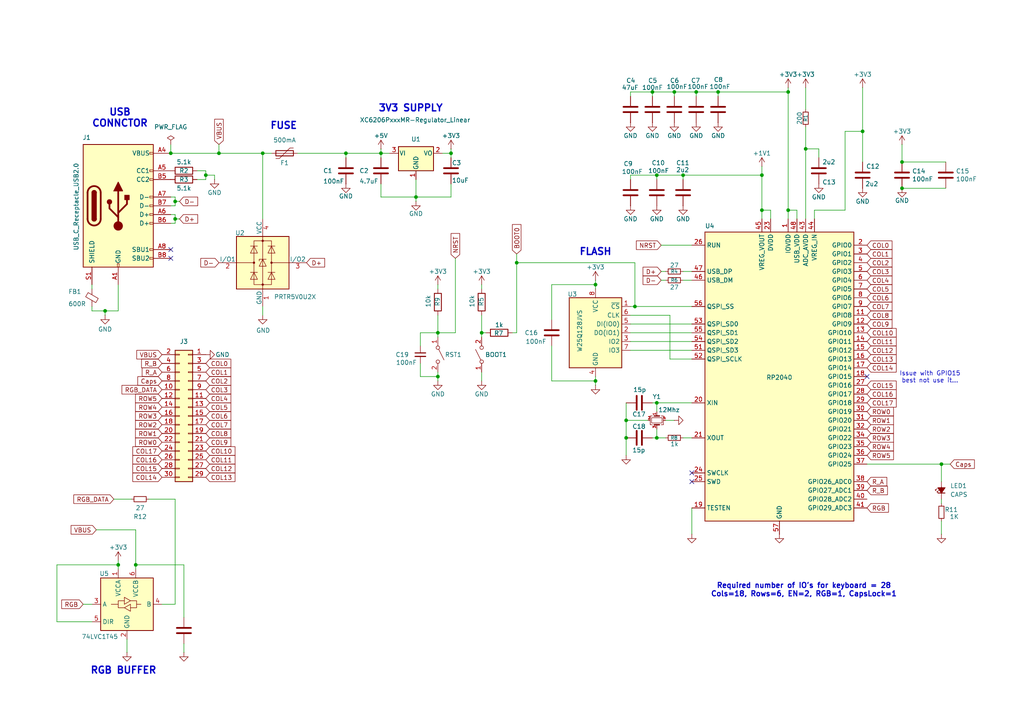
<source format=kicad_sch>
(kicad_sch (version 20231120) (generator "eeschema") (generator_version "8.0")
  (paper "A4")
  (title_block (title "RP2040 Module Board") (date "2025-01-09") (rev "2.0") (company "Michael O'Toole"))
  (junction (at 172.72 82.55))
  (junction (at 39.37 163.83))
  (junction (at 50.8 63.5))
  (junction (at 228.6 60.96))
  (junction (at 110.49 44.45))
  (junction (at 261.62 54.61))
  (junction (at 172.72 110.49))
  (junction (at 181.61 121.92))
  (junction (at 190.5 50.8))
  (junction (at 149.86 76.2))
  (junction (at 130.81 44.45))
  (junction (at 127 96.52))
  (junction (at 195.58 26.67))
  (junction (at 250.19 38.1))
  (junction (at 30.48 90.17))
  (junction (at 181.61 127))
  (junction (at 76.2 44.45))
  (junction (at 261.62 46.99))
  (junction (at 198.12 50.8))
  (junction (at 208.28 26.67))
  (junction (at 201.93 26.67))
  (junction (at 189.23 26.67))
  (junction (at 50.8 58.42))
  (junction (at 63.5 44.45))
  (junction (at 220.98 60.96))
  (junction (at 220.98 50.8))
  (junction (at 228.6 26.67))
  (junction (at 34.29 163.83))
  (junction (at 49.53 44.45))
  (junction (at 273.05 134.62))
  (junction (at 233.68 43.18))
  (junction (at 184.15 88.9))
  (junction (at 190.5 127))
  (junction (at 100.33 44.45))
  (junction (at 120.65 57.15))
  (junction (at 190.5 116.84))
  (junction (at 139.7 96.52))
  (junction (at 127 109.22))
  (junction (at 59.69 50.8))
  (no_connect (at 200.66 139.7))
  (no_connect (at 49.53 74.93))
  (no_connect (at 251.46 109.22))
  (no_connect (at 49.53 72.39))
  (no_connect (at 200.66 137.16))
  (wire (pts (xy 198.12 50.8) (xy 220.98 50.8)))
  (wire (pts (xy 110.49 44.45) (xy 113.03 44.45)))
  (wire (pts (xy 201.93 26.67) (xy 201.93 27.94)))
  (wire (pts (xy 34.29 162.56) (xy 34.29 163.83)))
  (wire (pts (xy 120.65 57.15) (xy 120.65 58.42)))
  (wire (pts (xy 190.5 119.38) (xy 190.5 116.84)))
  (wire (pts (xy 49.53 59.69) (xy 50.8 59.69)))
  (wire (pts (xy 127 91.44) (xy 127 96.52)))
  (wire (pts (xy 273.05 154.94) (xy 273.05 151.13)))
  (wire (pts (xy 191.77 81.28) (xy 193.04 81.28)))
  (wire (pts (xy 182.88 96.52) (xy 200.66 96.52)))
  (wire (pts (xy 181.61 127) (xy 181.61 121.92)))
  (wire (pts (xy 233.68 25.4) (xy 233.68 31.75)))
  (wire (pts (xy 62.23 50.8) (xy 62.23 52.07)))
  (wire (pts (xy 50.8 62.23) (xy 50.8 63.5)))
  (wire (pts (xy 233.68 63.5) (xy 233.68 43.18)))
  (wire (pts (xy 220.98 63.5) (xy 220.98 60.96)))
  (wire (pts (xy 120.65 57.15) (xy 130.81 57.15)))
  (wire (pts (xy 237.49 43.18) (xy 237.49 45.72)))
  (wire (pts (xy 50.8 144.78) (xy 50.8 175.26)))
  (wire (pts (xy 228.6 26.67) (xy 228.6 60.96)))
  (wire (pts (xy 200.66 147.32) (xy 200.66 154.94)))
  (wire (pts (xy 120.65 52.07) (xy 120.65 57.15)))
  (wire (pts (xy 160.02 100.33) (xy 160.02 110.49)))
  (wire (pts (xy 201.93 26.67) (xy 208.28 26.67)))
  (wire (pts (xy 127 109.22) (xy 127 110.49)))
  (wire (pts (xy 194.31 91.44) (xy 194.31 104.14)))
  (wire (pts (xy 30.48 90.17) (xy 34.29 90.17)))
  (wire (pts (xy 53.34 163.83) (xy 53.34 179.07)))
  (wire (pts (xy 34.29 90.17) (xy 34.29 82.55)))
  (wire (pts (xy 50.8 64.77) (xy 50.8 63.5)))
  (wire (pts (xy 273.05 134.62) (xy 275.59 134.62)))
  (wire (pts (xy 38.1 144.78) (xy 33.02 144.78)))
  (wire (pts (xy 149.86 76.2) (xy 184.15 76.2)))
  (wire (pts (xy 193.04 121.92) (xy 195.58 121.92)))
  (wire (pts (xy 59.69 50.8) (xy 62.23 50.8)))
  (wire (pts (xy 121.92 96.52) (xy 127 96.52)))
  (wire (pts (xy 220.98 50.8) (xy 220.98 60.96)))
  (wire (pts (xy 59.69 50.8) (xy 59.69 49.53)))
  (wire (pts (xy 149.86 76.2) (xy 149.86 96.52)))
  (wire (pts (xy 233.68 36.83) (xy 233.68 43.18)))
  (wire (pts (xy 130.81 53.34) (xy 130.81 57.15)))
  (wire (pts (xy 110.49 57.15) (xy 120.65 57.15)))
  (wire (pts (xy 181.61 127) (xy 181.61 132.08)))
  (wire (pts (xy 233.68 43.18) (xy 237.49 43.18)))
  (wire (pts (xy 208.28 26.67) (xy 228.6 26.67)))
  (wire (pts (xy 160.02 110.49) (xy 172.72 110.49)))
  (wire (pts (xy 208.28 26.67) (xy 208.28 27.94)))
  (wire (pts (xy 121.92 109.22) (xy 127 109.22)))
  (wire (pts (xy 76.2 91.44) (xy 76.2 88.9)))
  (wire (pts (xy 39.37 163.83) (xy 53.34 163.83)))
  (wire (pts (xy 190.5 50.8) (xy 190.5 52.07)))
  (wire (pts (xy 50.8 58.42) (xy 50.8 59.69)))
  (wire (pts (xy 139.7 91.44) (xy 139.7 96.52)))
  (wire (pts (xy 189.23 26.67) (xy 189.23 27.94)))
  (wire (pts (xy 110.49 44.45) (xy 110.49 45.72)))
  (wire (pts (xy 27.94 153.67) (xy 39.37 153.67)))
  (wire (pts (xy 181.61 121.92) (xy 187.96 121.92)))
  (wire (pts (xy 139.7 107.95) (xy 139.7 110.49)))
  (wire (pts (xy 223.52 63.5) (xy 223.52 60.96)))
  (wire (pts (xy 49.53 44.45) (xy 63.5 44.45)))
  (wire (pts (xy 190.5 127) (xy 193.04 127)))
  (wire (pts (xy 191.77 71.12) (xy 200.66 71.12)))
  (wire (pts (xy 50.8 58.42) (xy 52.07 58.42)))
  (wire (pts (xy 63.5 44.45) (xy 76.2 44.45)))
  (wire (pts (xy 63.5 41.91) (xy 63.5 44.45)))
  (wire (pts (xy 184.15 88.9) (xy 184.15 76.2)))
  (wire (pts (xy 26.67 90.17) (xy 30.48 90.17)))
  (wire (pts (xy 190.5 116.84) (xy 200.66 116.84)))
  (wire (pts (xy 245.11 60.96) (xy 236.22 60.96)))
  (wire (pts (xy 236.22 63.5) (xy 236.22 60.96)))
  (wire (pts (xy 182.88 91.44) (xy 194.31 91.44)))
  (wire (pts (xy 261.62 41.91) (xy 261.62 46.99)))
  (wire (pts (xy 231.14 63.5) (xy 231.14 60.96)))
  (wire (pts (xy 194.31 104.14) (xy 200.66 104.14)))
  (wire (pts (xy 172.72 81.28) (xy 172.72 82.55)))
  (wire (pts (xy 43.18 144.78) (xy 50.8 144.78)))
  (wire (pts (xy 228.6 60.96) (xy 228.6 63.5)))
  (wire (pts (xy 220.98 48.26) (xy 220.98 50.8)))
  (wire (pts (xy 198.12 81.28) (xy 200.66 81.28)))
  (wire (pts (xy 172.72 110.49) (xy 172.72 109.22)))
  (wire (pts (xy 245.11 38.1) (xy 245.11 60.96)))
  (wire (pts (xy 30.48 90.17) (xy 30.48 91.44)))
  (wire (pts (xy 182.88 52.07) (xy 182.88 50.8)))
  (wire (pts (xy 100.33 44.45) (xy 110.49 44.45)))
  (wire (pts (xy 190.5 127) (xy 189.23 127)))
  (wire (pts (xy 182.88 93.98) (xy 200.66 93.98)))
  (wire (pts (xy 24.13 175.26) (xy 26.67 175.26)))
  (wire (pts (xy 57.15 52.07) (xy 59.69 52.07)))
  (wire (pts (xy 182.88 50.8) (xy 190.5 50.8)))
  (wire (pts (xy 139.7 96.52) (xy 140.97 96.52)))
  (wire (pts (xy 231.14 60.96) (xy 228.6 60.96)))
  (wire (pts (xy 36.83 189.23) (xy 36.83 185.42)))
  (wire (pts (xy 121.92 100.33) (xy 121.92 96.52)))
  (wire (pts (xy 228.6 25.4) (xy 228.6 26.67)))
  (wire (pts (xy 223.52 60.96) (xy 220.98 60.96)))
  (wire (pts (xy 181.61 121.92) (xy 181.61 116.84)))
  (wire (pts (xy 39.37 163.83) (xy 39.37 165.1)))
  (wire (pts (xy 273.05 134.62) (xy 273.05 139.7)))
  (wire (pts (xy 49.53 57.15) (xy 50.8 57.15)))
  (wire (pts (xy 26.67 82.55) (xy 26.67 83.82)))
  (wire (pts (xy 195.58 26.67) (xy 201.93 26.67)))
  (wire (pts (xy 250.19 25.4) (xy 250.19 38.1)))
  (wire (pts (xy 184.15 88.9) (xy 200.66 88.9)))
  (wire (pts (xy 86.36 44.45) (xy 100.33 44.45)))
  (wire (pts (xy 53.34 186.69) (xy 53.34 189.23)))
  (wire (pts (xy 57.15 49.53) (xy 59.69 49.53)))
  (wire (pts (xy 195.58 26.67) (xy 195.58 27.94)))
  (wire (pts (xy 26.67 180.34) (xy 16.51 180.34)))
  (wire (pts (xy 190.5 50.8) (xy 198.12 50.8)))
  (wire (pts (xy 149.86 73.66) (xy 149.86 76.2)))
  (wire (pts (xy 250.19 38.1) (xy 250.19 46.99)))
  (wire (pts (xy 132.08 74.93) (xy 132.08 96.52)))
  (wire (pts (xy 172.72 111.76) (xy 172.72 110.49)))
  (wire (pts (xy 273.05 144.78) (xy 273.05 146.05)))
  (wire (pts (xy 148.59 96.52) (xy 149.86 96.52)))
  (wire (pts (xy 127 96.52) (xy 127 97.79)))
  (wire (pts (xy 189.23 26.67) (xy 195.58 26.67)))
  (wire (pts (xy 251.46 134.62) (xy 273.05 134.62)))
  (wire (pts (xy 110.49 53.34) (xy 110.49 57.15)))
  (wire (pts (xy 127 107.95) (xy 127 109.22)))
  (wire (pts (xy 127 82.55) (xy 127 83.82)))
  (wire (pts (xy 76.2 44.45) (xy 76.2 63.5)))
  (wire (pts (xy 182.88 99.06) (xy 200.66 99.06)))
  (wire (pts (xy 121.92 105.41) (xy 121.92 109.22)))
  (wire (pts (xy 172.72 82.55) (xy 172.72 83.82)))
  (wire (pts (xy 261.62 54.61) (xy 274.32 54.61)))
  (wire (pts (xy 49.53 62.23) (xy 50.8 62.23)))
  (wire (pts (xy 190.5 127) (xy 190.5 124.46)))
  (wire (pts (xy 130.81 43.18) (xy 130.81 44.45)))
  (wire (pts (xy 172.72 82.55) (xy 160.02 82.55)))
  (wire (pts (xy 50.8 57.15) (xy 50.8 58.42)))
  (wire (pts (xy 261.62 46.99) (xy 274.32 46.99)))
  (wire (pts (xy 198.12 50.8) (xy 198.12 52.07)))
  (wire (pts (xy 34.29 163.83) (xy 34.29 165.1)))
  (wire (pts (xy 59.69 52.07) (xy 59.69 50.8)))
  (wire (pts (xy 139.7 96.52) (xy 139.7 97.79)))
  (wire (pts (xy 110.49 43.18) (xy 110.49 44.45)))
  (wire (pts (xy 50.8 63.5) (xy 52.07 63.5)))
  (wire (pts (xy 198.12 78.74) (xy 200.66 78.74)))
  (wire (pts (xy 139.7 82.55) (xy 139.7 83.82)))
  (wire (pts (xy 245.11 38.1) (xy 250.19 38.1)))
  (wire (pts (xy 76.2 44.45) (xy 78.74 44.45)))
  (wire (pts (xy 16.51 180.34) (xy 16.51 163.83)))
  (wire (pts (xy 39.37 153.67) (xy 39.37 163.83)))
  (wire (pts (xy 198.12 127) (xy 200.66 127)))
  (wire (pts (xy 26.67 88.9) (xy 26.67 90.17)))
  (wire (pts (xy 191.77 78.74) (xy 193.04 78.74)))
  (wire (pts (xy 49.53 64.77) (xy 50.8 64.77)))
  (wire (pts (xy 128.27 44.45) (xy 130.81 44.45)))
  (wire (pts (xy 182.88 26.67) (xy 189.23 26.67)))
  (wire (pts (xy 100.33 44.45) (xy 100.33 45.72)))
  (wire (pts (xy 190.5 116.84) (xy 189.23 116.84)))
  (wire (pts (xy 130.81 44.45) (xy 130.81 45.72)))
  (wire (pts (xy 16.51 163.83) (xy 34.29 163.83)))
  (wire (pts (xy 182.88 27.94) (xy 182.88 26.67)))
  (wire (pts (xy 160.02 82.55) (xy 160.02 92.71)))
  (wire (pts (xy 49.53 41.91) (xy 49.53 44.45)))
  (wire (pts (xy 182.88 88.9) (xy 184.15 88.9)))
  (wire (pts (xy 127 96.52) (xy 132.08 96.52)))
  (wire (pts (xy 182.88 101.6) (xy 200.66 101.6)))
  (wire (pts (xy 46.99 175.26) (xy 50.8 175.26)))
  (text "USB\nCONNCTOR" (at 34.798 34.29 0) (effects (font (size 2 2) (thickness 0.4) (bold yes))))
  (text "RGB BUFFER" (at 35.814 194.564 0) (effects (font (size 2 2) (thickness 0.4) (bold yes))))
  (text "FLASH" (at 172.72 73.152 0) (effects (font (size 2 2) (thickness 0.4) (bold yes))))
  (text "3V3 SUPPLY" (at 119.126 31.496 0) (effects (font (size 2 2) (thickness 0.4) (bold yes))))
  (text "FUSE" (at 82.296 36.576 0) (effects (font (size 2 2) (thickness 0.4) (bold yes))))
  (text "Issue with GPIO15\nbest not use it..." (at 269.748 109.474 0) (effects (font (size 1.27 1.27))))
  (text "Required number of IO's for keyboard = 28\nCols=18, Rows=6, EN=2, RGB=1, CapsLock=1" (at 233.172 171.196 0) (effects (font (size 1.5 1.5) (thickness 0.3) (bold yes))))
  (global_label "NRST" (shape input) (at 191.77 71.12 180) (property "Intersheetrefs" "${INTERSHEET_REFS}" (effects (hide yes))))
  (global_label "RGB_DATA" (shape input) (at 33.02 144.78 180) (property "Intersheetrefs" "${INTERSHEET_REFS}" (effects (hide yes))))
  (global_label "RGB" (shape input) (at 24.13 175.26 180) (property "Intersheetrefs" "${INTERSHEET_REFS}" (effects (hide yes))))
  (global_label "COL8" (shape input) (at 251.46 91.44 0) (property "Intersheetrefs" "${INTERSHEET_REFS}" (effects (hide yes))))
  (global_label "R_A" (shape input) (at 251.46 139.7 0) (property "Intersheetrefs" "${INTERSHEET_REFS}" (effects (hide yes))))
  (global_label "ROW4" (shape input) (at 46.99 118.11 180) (property "Intersheetrefs" "${INTERSHEET_REFS}" (effects (hide yes))))
  (global_label "COL6" (shape input) (at 59.69 120.65 0) (property "Intersheetrefs" "${INTERSHEET_REFS}" (effects (hide yes))))
  (global_label "ROW4" (shape input) (at 251.46 129.54 0) (property "Intersheetrefs" "${INTERSHEET_REFS}" (effects (hide yes))))
  (global_label "ROW1" (shape input) (at 251.46 121.92 0) (property "Intersheetrefs" "${INTERSHEET_REFS}" (effects (hide yes))))
  (global_label "VBUS" (shape input) (at 46.99 102.87 180) (property "Intersheetrefs" "${INTERSHEET_REFS}" (effects (hide yes))))
  (global_label "COL1" (shape input) (at 251.46 73.66 0) (property "Intersheetrefs" "${INTERSHEET_REFS}" (effects (hide yes))))
  (global_label "ROW5" (shape input) (at 46.99 115.57 180) (property "Intersheetrefs" "${INTERSHEET_REFS}" (effects (hide yes))))
  (global_label "COL12" (shape input) (at 59.69 135.89 0) (property "Intersheetrefs" "${INTERSHEET_REFS}" (effects (hide yes))))
  (global_label "COL9" (shape input) (at 251.46 93.98 0) (property "Intersheetrefs" "${INTERSHEET_REFS}" (effects (hide yes))))
  (global_label "R_B" (shape input) (at 251.46 142.24 0) (property "Intersheetrefs" "${INTERSHEET_REFS}" (effects (hide yes))))
  (global_label "ROW5" (shape input) (at 251.46 132.08 0) (property "Intersheetrefs" "${INTERSHEET_REFS}" (effects (hide yes))))
  (global_label "VBUS" (shape input) (at 63.5 41.91 90) (property "Intersheetrefs" "${INTERSHEET_REFS}" (effects (hide yes))))
  (global_label "ROW2" (shape input) (at 46.99 123.19 180) (property "Intersheetrefs" "${INTERSHEET_REFS}" (effects (hide yes))))
  (global_label "D-" (shape input) (at 191.77 81.28 180) (property "Intersheetrefs" "${INTERSHEET_REFS}" (effects (hide yes))))
  (global_label "D+" (shape input) (at 191.77 78.74 180) (property "Intersheetrefs" "${INTERSHEET_REFS}" (effects (hide yes))))
  (global_label "R_B" (shape input) (at 46.99 105.41 180) (property "Intersheetrefs" "${INTERSHEET_REFS}" (effects (hide yes))))
  (global_label "ROW3" (shape input) (at 251.46 127 0) (property "Intersheetrefs" "${INTERSHEET_REFS}" (effects (hide yes))))
  (global_label "COL14" (shape input) (at 251.46 106.68 0) (property "Intersheetrefs" "${INTERSHEET_REFS}" (effects (hide yes))))
  (global_label "D+" (shape input) (at 52.07 63.5 0) (property "Intersheetrefs" "${INTERSHEET_REFS}" (effects (hide yes))))
  (global_label "NRST" (shape input) (at 132.08 74.93 90) (property "Intersheetrefs" "${INTERSHEET_REFS}" (effects (hide yes))))
  (global_label "Caps" (shape input) (at 46.99 110.49 180) (property "Intersheetrefs" "${INTERSHEET_REFS}" (effects (hide yes))))
  (global_label "COL14" (shape input) (at 46.99 138.43 180) (property "Intersheetrefs" "${INTERSHEET_REFS}" (effects (hide yes))))
  (global_label "COL3" (shape input) (at 59.69 113.03 0) (property "Intersheetrefs" "${INTERSHEET_REFS}" (effects (hide yes))))
  (global_label "COL11" (shape input) (at 59.69 133.35 0) (property "Intersheetrefs" "${INTERSHEET_REFS}" (effects (hide yes))))
  (global_label "COL1" (shape input) (at 59.69 107.95 0) (property "Intersheetrefs" "${INTERSHEET_REFS}" (effects (hide yes))))
  (global_label "ROW0" (shape input) (at 251.46 119.38 0) (property "Intersheetrefs" "${INTERSHEET_REFS}" (effects (hide yes))))
  (global_label "VBUS" (shape input) (at 27.94 153.67 180) (property "Intersheetrefs" "${INTERSHEET_REFS}" (effects (hide yes))))
  (global_label "BOOT0" (shape input) (at 149.86 73.66 90) (property "Intersheetrefs" "${INTERSHEET_REFS}" (effects (hide yes))))
  (global_label "COL6" (shape input) (at 251.46 86.36 0) (property "Intersheetrefs" "${INTERSHEET_REFS}" (effects (hide yes))))
  (global_label "COL15" (shape input) (at 46.99 135.89 180) (property "Intersheetrefs" "${INTERSHEET_REFS}" (effects (hide yes))))
  (global_label "COL16" (shape input) (at 251.46 114.3 0) (property "Intersheetrefs" "${INTERSHEET_REFS}" (effects (hide yes))))
  (global_label "COL13" (shape input) (at 251.46 104.14 0) (property "Intersheetrefs" "${INTERSHEET_REFS}" (effects (hide yes))))
  (global_label "COL11" (shape input) (at 251.46 99.06 0) (property "Intersheetrefs" "${INTERSHEET_REFS}" (effects (hide yes))))
  (global_label "COL9" (shape input) (at 59.69 128.27 0) (property "Intersheetrefs" "${INTERSHEET_REFS}" (effects (hide yes))))
  (global_label "COL0" (shape input) (at 251.46 71.12 0) (property "Intersheetrefs" "${INTERSHEET_REFS}" (effects (hide yes))))
  (global_label "COL3" (shape input) (at 251.46 78.74 0) (property "Intersheetrefs" "${INTERSHEET_REFS}" (effects (hide yes))))
  (global_label "COL0" (shape input) (at 59.69 105.41 0) (property "Intersheetrefs" "${INTERSHEET_REFS}" (effects (hide yes))))
  (global_label "COL5" (shape input) (at 251.46 83.82 0) (property "Intersheetrefs" "${INTERSHEET_REFS}" (effects (hide yes))))
  (global_label "COL2" (shape input) (at 251.46 76.2 0) (property "Intersheetrefs" "${INTERSHEET_REFS}" (effects (hide yes))))
  (global_label "D+" (shape input) (at 88.9 76.2 0) (property "Intersheetrefs" "${INTERSHEET_REFS}" (effects (hide yes))))
  (global_label "ROW1" (shape input) (at 46.99 125.73 180) (property "Intersheetrefs" "${INTERSHEET_REFS}" (effects (hide yes))))
  (global_label "COL13" (shape input) (at 59.69 138.43 0) (property "Intersheetrefs" "${INTERSHEET_REFS}" (effects (hide yes))))
  (global_label "COL5" (shape input) (at 59.69 118.11 0) (property "Intersheetrefs" "${INTERSHEET_REFS}" (effects (hide yes))))
  (global_label "COL8" (shape input) (at 59.69 125.73 0) (property "Intersheetrefs" "${INTERSHEET_REFS}" (effects (hide yes))))
  (global_label "COL4" (shape input) (at 251.46 81.28 0) (property "Intersheetrefs" "${INTERSHEET_REFS}" (effects (hide yes))))
  (global_label "COL7" (shape input) (at 59.69 123.19 0) (property "Intersheetrefs" "${INTERSHEET_REFS}" (effects (hide yes))))
  (global_label "COL15" (shape input) (at 251.46 111.76 0) (property "Intersheetrefs" "${INTERSHEET_REFS}" (effects (hide yes))))
  (global_label "COL4" (shape input) (at 59.69 115.57 0) (property "Intersheetrefs" "${INTERSHEET_REFS}" (effects (hide yes))))
  (global_label "RGB_DATA" (shape input) (at 46.99 113.03 180) (property "Intersheetrefs" "${INTERSHEET_REFS}" (effects (hide yes))))
  (global_label "COL17" (shape input) (at 251.46 116.84 0) (property "Intersheetrefs" "${INTERSHEET_REFS}" (effects (hide yes))))
  (global_label "COL10" (shape input) (at 251.46 96.52 0) (property "Intersheetrefs" "${INTERSHEET_REFS}" (effects (hide yes))))
  (global_label "D-" (shape input) (at 52.07 58.42 0) (property "Intersheetrefs" "${INTERSHEET_REFS}" (effects (hide yes))))
  (global_label "RGB" (shape input) (at 251.46 147.32 0) (property "Intersheetrefs" "${INTERSHEET_REFS}" (effects (hide yes))))
  (global_label "COL2" (shape input) (at 59.69 110.49 0) (property "Intersheetrefs" "${INTERSHEET_REFS}" (effects (hide yes))))
  (global_label "COL12" (shape input) (at 251.46 101.6 0) (property "Intersheetrefs" "${INTERSHEET_REFS}" (effects (hide yes))))
  (global_label "ROW0" (shape input) (at 46.99 128.27 180) (property "Intersheetrefs" "${INTERSHEET_REFS}" (effects (hide yes))))
  (global_label "R_A" (shape input) (at 46.99 107.95 180) (property "Intersheetrefs" "${INTERSHEET_REFS}" (effects (hide yes))))
  (global_label "COL10" (shape input) (at 59.69 130.81 0) (property "Intersheetrefs" "${INTERSHEET_REFS}" (effects (hide yes))))
  (global_label "D-" (shape input) (at 63.5 76.2 180) (property "Intersheetrefs" "${INTERSHEET_REFS}" (effects (hide yes))))
  (global_label "Caps" (shape input) (at 275.59 134.62 0) (property "Intersheetrefs" "${INTERSHEET_REFS}" (effects (hide yes))))
  (global_label "ROW3" (shape input) (at 46.99 120.65 180) (property "Intersheetrefs" "${INTERSHEET_REFS}" (effects (hide yes))))
  (global_label "COL7" (shape input) (at 251.46 88.9 0) (property "Intersheetrefs" "${INTERSHEET_REFS}" (effects (hide yes))))
  (global_label "COL16" (shape input) (at 46.99 133.35 180) (property "Intersheetrefs" "${INTERSHEET_REFS}" (effects (hide yes))))
  (global_label "COL17" (shape input) (at 46.99 130.81 180) (property "Intersheetrefs" "${INTERSHEET_REFS}" (effects (hide yes))))
  (global_label "ROW2" (shape input) (at 251.46 124.46 0) (property "Intersheetrefs" "${INTERSHEET_REFS}" (effects (hide yes))))
  (symbol (lib_id "Device:R_Small") (at 273.05 148.59 0) (mirror y) (unit 1)
    (property "Reference" "R11" (at 277.876 147.828 0) (effects (justify left)))
    (property "Value" "1K" (at 278.13 149.86 0) (effects (justify left)))
    (property "Footprint" "Resistor_SMD:R_0402_1005Metric" (effects (hide yes)))
    (property "Description" "Resistor, small symbol" (effects (hide yes)))
  )
  (symbol (lib_id "Logic_LevelTranslator:SN74LVC1T45DRL") (at 36.83 175.26 0) (unit 1)
    (property "Reference" "U5" (at 30.226 166.37 0))
    (property "Value" "74LVC1T45" (at 28.956 184.658 0))
    (property "Footprint" "SOT:SOT-26" (effects (hide yes)))
    (property "Description" "1.65V~5.5V 1 1 1.65V~5.5V SOT-26 Translators, Level Shifters ROHS" (effects (hide yes)))
    (property "MPN " "74LVC1T45W6-7" (effects (hide yes)))
    (property "JLCPCB_CORRECTION" "0; 0; 270" (effects (hide yes)))
    (property "LCSC" "C168856" (effects (hide yes)))
  )
  (symbol (lib_id "Device:C") (at 182.88 55.88 0) (unit 1)
    (property "Reference" "C9" (at 180.848 47.498 0) (effects (justify left)))
    (property "Value" "100nF" (at 180.34 49.784 0) (effects (justify left)))
    (property "Footprint" "Capacitor_SMD:C_0402_1005Metric" (effects (hide yes)))
    (property "LCSC" "C307331" (effects (hide yes)))
  )
  (symbol (lib_id "Device:C") (at 201.93 31.75 0) (unit 1)
    (property "Reference" "C7" (at 200.406 23.368 0) (effects (justify left)))
    (property "Value" "100nF" (at 199.39 25.146 0) (effects (justify left)))
    (property "Footprint" "Capacitor_SMD:C_0402_1005Metric" (effects (hide yes)))
    (property "LCSC" "C307331" (effects (hide yes)))
  )
  (symbol (lib_id "Device:Crystal_GND24_Small") (at 190.5 121.92 270) (unit 1)
    (property "Reference" "Y1" (at 190.5 115.062 90))
    (property "Value" "12Mhz" (at 194.056 118.872 90))
    (property "Footprint" "Crystal:Crystal_SMD_3225-4Pin_3.2x2.5mm" (effects (hide yes)))
    (property "Description" "Four pin crystal, GND on pins 2 and 4, small symbol" (effects (hide yes)))
    (property "LCSC" "C20625731" (effects (hide yes)))
    (property "MFP#" "ABM8-272-T3" (effects (hide yes)))
  )
  (symbol (lib_id "Device:C") (at 53.34 182.88 0) (unit 1)
    (property "Reference" "C20" (effects (hide yes)))
    (property "Value" "100nF" (effects (hide yes)))
    (property "Footprint" "Capacitor_SMD:C_0402_1005Metric" (effects (hide yes)))
    (property "LCSC" "C307331" (effects (hide yes)))
  )
  (symbol (lib_id "power:GND") (at 250.19 54.61 0) (unit 1)
    (property "Reference" "#PWR017" (effects (hide yes)))
    (property "Value" "GND" (at 250.19 58.42 0))
    (property "Description" "Power symbol creates a global label with name \"GND\" , ground" (effects (hide yes)))
  )
  (symbol (lib_id "power:+3V3") (at 34.29 162.56 0) (unit 1)
    (property "Reference" "#PWR031" (effects (hide yes)))
    (property "Value" "+3V3" (at 34.29 158.75 0))
    (property "Description" "Power symbol creates a global label with name \"+3V3\"" (effects (hide yes)))
  )
  (symbol (lib_id "power:GND") (at 139.7 110.49 0) (unit 1)
    (property "Reference" "#PWR025" (effects (hide yes)))
    (property "Value" "GND" (at 139.7 114.3 0))
    (property "Description" "Power symbol creates a global label with name \"GND\" , ground" (effects (hide yes)))
  )
  (symbol (lib_id "power:GND") (at 100.33 53.34 0) (unit 1)
    (property "Reference" "#PWR08" (effects (hide yes)))
    (property "Value" "GND" (at 100.33 56.896 0))
    (property "Description" "Power symbol creates a global label with name \"GND\" , ground" (effects (hide yes)))
  )
  (symbol (lib_id "power:GND") (at 59.69 102.87 90) (mirror x) (unit 1)
    (property "Reference" "#PWR042" (effects (hide yes)))
    (property "Value" "GND" (at 62.484 102.87 90) (effects (justify right)))
    (property "Description" "Power symbol creates a global label with name \"GND\" , ground" (effects (hide yes)))
  )
  (symbol (lib_id "Device:R_Small") (at 195.58 78.74 90) (mirror x) (unit 1)
    (property "Reference" "R4" (at 195.58 78.74 90) (effects (font (size 1 1))))
    (property "Value" "27" (at 195.58 76.962 90))
    (property "Footprint" "Resistor_SMD:R_0402_1005Metric" (effects (hide yes)))
    (property "Description" "Resistor, small symbol" (effects (hide yes)))
  )
  (symbol (lib_id "power:+3V3") (at 127 82.55 0) (unit 1)
    (property "Reference" "#PWR028" (effects (hide yes)))
    (property "Value" "+3V3" (at 127 78.74 0))
    (property "Description" "Power symbol creates a global label with name \"+3V3\"" (effects (hide yes)))
  )
  (symbol (lib_id "power:GND") (at 76.2 91.44 0) (unit 1)
    (property "Reference" "#PWR023" (effects (hide yes)))
    (property "Value" "GND" (at 76.327 95.8342 0))
    (property "Description" "Power symbol creates a global label with name \"GND\" , ground" (effects (hide yes)))
  )
  (symbol (lib_id "Device:FerriteBead_Small") (at 26.67 86.36 0) (unit 1)
    (property "Reference" "FB1" (at 19.812 84.582 0) (effects (justify left)))
    (property "Value" "600R" (at 19.812 88.138 0) (effects (justify left)))
    (property "Footprint" "DevModules:BEADC1608X95N" (effects (hide yes)))
    (property "Description" "Ferrite bead, small symbol" (effects (hide yes)))
  )
  (symbol (lib_id "Device:R") (at 139.7 87.63 0) (unit 1)
    (property "Reference" "R5" (at 139.573 87.503 90))
    (property "Value" "10k" (at 136.906 87.376 90))
    (property "Footprint" "Resistor_SMD:R_0402_1005Metric" (effects (hide yes)))
  )
  (symbol (lib_id "power:+3V3") (at 130.81 43.18 0) (unit 1)
    (property "Reference" "#PWR05" (effects (hide yes)))
    (property "Value" "+3V3" (at 130.81 39.37 0))
    (property "Description" "Power symbol creates a global label with name \"+3V3\"" (effects (hide yes)))
  )
  (symbol (lib_id "Device:C") (at 110.49 49.53 0) (mirror y) (unit 1)
    (property "Reference" "C2" (at 106.934 49.53 0) (effects (justify left)))
    (property "Value" "4.7uF" (at 109.728 52.578 0) (effects (justify left)))
    (property "Footprint" "Capacitor_SMD:C_0805_2012Metric" (effects (hide yes)))
    (property "LCSC" "C307331" (effects (hide yes)))
  )
  (symbol (lib_id "power:GND") (at 200.66 154.94 0) (mirror y) (unit 1)
    (property "Reference" "#PWR033" (effects (hide yes)))
    (property "Value" "GND" (effects (hide yes)))
    (property "Description" "Power symbol creates a global label with name \"GND\" , ground" (effects (hide yes)))
  )
  (symbol (lib_id "kicad-keyboard-parts:XC6206PxxxMR-Regulator_Linear") (at 120.65 44.45 0) (unit 1)
    (property "Reference" "U1" (at 120.65 40.386 0))
    (property "Value" "XC6206PxxxMR-Regulator_Linear" (at 120.396 34.798 0))
    (property "Footprint" "Package_TO_SOT_SMD:SOT-23" (effects (hide yes)))
    (property "Datasheet" "https://www.torexsemi.com/file/xc6206/XC6206.pdf" (effects (hide yes)))
    (property "LCSC" "C5446" (effects (hide yes)))
  )
  (symbol (lib_id "Device:C") (at 190.5 55.88 0) (unit 1)
    (property "Reference" "C10" (at 188.976 47.244 0) (effects (justify left)))
    (property "Value" "100nF" (at 187.96 49.53 0) (effects (justify left)))
    (property "Footprint" "Capacitor_SMD:C_0402_1005Metric" (effects (hide yes)))
    (property "LCSC" "C307331" (effects (hide yes)))
  )
  (symbol (lib_id "Switch:SW_SPST") (at 139.7 102.87 90) (unit 1)
    (property "Reference" "BOOT1" (at 140.716 102.87 90) (effects (justify right)))
    (property "Value" "SW_SPST" (effects (hide yes)))
    (property "Footprint" "Button_Switch_SMD:SW_SPST_TL3342" (effects (hide yes)))
  )
  (symbol (lib_id "Device:C") (at 195.58 31.75 0) (unit 1)
    (property "Reference" "C6" (at 194.31 23.368 0) (effects (justify left)))
    (property "Value" "100nF" (at 193.294 25.146 0) (effects (justify left)))
    (property "Footprint" "Capacitor_SMD:C_0402_1005Metric" (effects (hide yes)))
    (property "LCSC" "C307331" (effects (hide yes)))
  )
  (symbol (lib_id "power:GND") (at 181.61 132.08 0) (mirror y) (unit 1)
    (property "Reference" "#PWR029" (effects (hide yes)))
    (property "Value" "GND" (effects (hide yes)))
    (property "Description" "Power symbol creates a global label with name \"GND\" , ground" (effects (hide yes)))
  )
  (symbol (lib_id "power:+3V3") (at 228.6 25.4 0) (unit 1)
    (property "Reference" "#PWR01" (effects (hide yes)))
    (property "Value" "+3V3" (at 228.6 21.59 0))
    (property "Description" "Power symbol creates a global label with name \"+3V3\"" (effects (hide yes)))
  )
  (symbol (lib_id "Memory_Flash:W25Q128JVS") (at 172.72 96.52 0) (mirror y) (unit 1)
    (property "Reference" "U3" (at 167.386 85.344 0) (effects (justify left)))
    (property "Value" "W25Q128JVS" (at 168.148 102.108 90) (effects (justify left)))
    (property "Footprint" "MyComponents:SOIC_128JVSIQ_WIN" (effects (hide yes)))
    (property "Datasheet" "https://www.winbond.com/resource-files/w25q128jv_dtr%20revc%2003272018%20plus.pdf" (effects (hide yes)))
    (property "Description" "128Mb Serial Flash Memory, Standard/Dual/Quad SPI, SOIC-8" (effects (hide yes)))
    (property "LCSC" "C97521" (effects (hide yes)))
    (property "Mfr. Part #" "W25Q128JVSIQ" (effects (hide yes)))
    (property "Package" "SOIC-8-208mil" (effects (hide yes)))
  )
  (symbol (lib_id "Device:C") (at 185.42 116.84 270) (mirror x) (unit 1)
    (property "Reference" "C17" (at 183.388 120.142 90) (effects (justify left)))
    (property "Value" "15p" (at 183.642 113.03 90) (effects (justify left)))
    (property "Footprint" "Capacitor_SMD:C_0402_1005Metric" (effects (hide yes)))
    (property "LCSC" "C307331" (effects (hide yes)))
  )
  (symbol (lib_id "Power_Protection:PRTR5V0U2X") (at 76.2 76.2 0) (unit 1)
    (property "Reference" "U2" (at 69.596 67.564 0))
    (property "Value" "PRTR5V0U2X" (at 85.598 86.106 0))
    (property "Footprint" "Package_TO_SOT_SMD:SOT-143" (effects (hide yes)))
    (property "Datasheet" "https://assets.nexperia.com/documents/data-sheet/PRTR5V0U2X.pdf" (effects (hide yes)))
    (property "LCSC" "C2827688" (effects (hide yes)))
    (property "JlcRotOffset" "90" (effects (hide yes)))
    (property "MFP#" "PRTR5V0U2X" (effects (hide yes)))
  )
  (symbol (lib_id "power:GND") (at 273.05 154.94 0) (mirror y) (unit 1)
    (property "Reference" "#PWR044" (effects (hide yes)))
    (property "Value" "GND" (effects (hide yes)))
    (property "Description" "Power symbol creates a global label with name \"GND\" , ground" (effects (hide yes)))
  )
  (symbol (lib_id "Device:R") (at 53.34 49.53 270) (unit 1)
    (property "Reference" "R2" (at 53.34 49.53 90))
    (property "Value" "5.1k" (at 53.34 46.99 90))
    (property "Footprint" "Resistor_SMD:R_0402_1005Metric" (effects (hide yes)))
  )
  (symbol (lib_id "power:GND") (at 237.49 53.34 0) (unit 1)
    (property "Reference" "#PWR018" (effects (hide yes)))
    (property "Value" "GND" (at 237.49 57.15 0))
    (property "Description" "Power symbol creates a global label with name \"GND\" , ground" (effects (hide yes)))
  )
  (symbol (lib_id "power:GND") (at 182.88 59.69 0) (unit 1)
    (property "Reference" "#PWR014" (effects (hide yes)))
    (property "Value" "GND" (at 182.88 63.5 0))
    (property "Description" "Power symbol creates a global label with name \"GND\" , ground" (effects (hide yes)))
  )
  (symbol (lib_id "power:PWR_FLAG") (at 49.53 41.91 0) (unit 1)
    (property "Reference" "#FLG01" (effects (hide yes)))
    (property "Value" "PWR_FLAG" (at 49.53 36.83 0))
    (property "Description" "Special symbol for telling ERC where power comes from" (effects (hide yes)))
  )
  (symbol (lib_id "power:+3V3") (at 261.62 41.91 0) (unit 1)
    (property "Reference" "#PWR06" (effects (hide yes)))
    (property "Value" "+3V3" (at 261.62 38.1 0))
    (property "Description" "Power symbol creates a global label with name \"+3V3\"" (effects (hide yes)))
  )
  (symbol (lib_id "power:GND") (at 195.58 35.56 0) (unit 1)
    (property "Reference" "#PWR011" (effects (hide yes)))
    (property "Value" "GND" (at 195.58 39.37 0))
    (property "Description" "Power symbol creates a global label with name \"GND\" , ground" (effects (hide yes)))
  )
  (symbol (lib_id "power:GND") (at 226.06 154.94 0) (mirror y) (unit 1)
    (property "Reference" "#PWR034" (effects (hide yes)))
    (property "Value" "GND" (effects (hide yes)))
    (property "Description" "Power symbol creates a global label with name \"GND\" , ground" (effects (hide yes)))
  )
  (symbol (lib_id "power:GND") (at 195.58 121.92 90) (mirror x) (unit 1)
    (property "Reference" "#PWR027" (effects (hide yes)))
    (property "Value" "GND" (effects (hide yes)))
    (property "Description" "Power symbol creates a global label with name \"GND\" , ground" (effects (hide yes)))
  )
  (symbol (lib_id "Device:R_Small") (at 233.68 34.29 0) (mirror x) (unit 1)
    (property "Reference" "R1" (at 233.68 34.29 90) (effects (font (size 1 1))))
    (property "Value" "200" (at 231.902 34.29 90))
    (property "Footprint" "Resistor_SMD:R_0402_1005Metric" (effects (hide yes)))
    (property "Description" "Resistor, small symbol" (effects (hide yes)))
  )
  (symbol (lib_id "Device:C") (at 208.28 31.75 0) (unit 1)
    (property "Reference" "C8" (at 207.01 23.114 0) (effects (justify left)))
    (property "Value" "100nF" (at 205.74 25.146 0) (effects (justify left)))
    (property "Footprint" "Capacitor_SMD:C_0402_1005Metric" (effects (hide yes)))
    (property "LCSC" "C307331" (effects (hide yes)))
  )
  (symbol (lib_id "power:+3V3") (at 172.72 81.28 0) (unit 1)
    (property "Reference" "#PWR022" (effects (hide yes)))
    (property "Value" "+3V3" (at 172.72 77.47 0))
    (property "Description" "Power symbol creates a global label with name \"+3V3\"" (effects (hide yes)))
  )
  (symbol (lib_id "power:GND") (at 208.28 35.56 0) (unit 1)
    (property "Reference" "#PWR013" (effects (hide yes)))
    (property "Value" "GND" (at 208.28 39.37 0))
    (property "Description" "Power symbol creates a global label with name \"GND\" , ground" (effects (hide yes)))
  )
  (symbol (lib_id "Device:R") (at 144.78 96.52 90) (unit 1)
    (property "Reference" "R7" (at 144.653 96.647 90))
    (property "Value" "1k" (at 144.78 94.234 90))
    (property "Footprint" "Resistor_SMD:R_0402_1005Metric" (effects (hide yes)))
  )
  (symbol (lib_id "Device:R_Small") (at 40.64 144.78 270) (mirror x) (unit 1)
    (property "Reference" "R12" (at 40.64 149.86 90))
    (property "Value" "27" (at 40.64 147.32 90))
    (property "Footprint" "Resistor_SMD:R_0402_1005Metric" (effects (hide yes)))
    (property "Description" "Resistor, small symbol" (effects (hide yes)))
    (property "LCSC" "C25100" (effects (hide yes)))
    (property "MP#" "0402WGF270JTCE" (effects (hide yes)))
  )
  (symbol (lib_id "power:GND") (at 261.62 54.61 0) (unit 1)
    (property "Reference" "#PWR019" (effects (hide yes)))
    (property "Value" "GND" (at 261.62 58.166 0))
    (property "Description" "Power symbol creates a global label with name \"GND\" , ground" (effects (hide yes)))
  )
  (symbol (lib_id "MCU_RaspberryPi:RP2040") (at 226.06 109.22 0) (unit 1)
    (property "Reference" "U4" (at 204.47 65.532 0) (effects (justify left)))
    (property "Value" "RP2040" (at 222.25 109.474 0) (effects (justify left)))
    (property "Footprint" "Package_DFN_QFN:QFN-56-1EP_7x7mm_P0.4mm_EP3.2x3.2mm" (effects (hide yes)))
    (property "Datasheet" "https://datasheets.raspberrypi.com/rp2040/rp2040-datasheet.pdf" (effects (hide yes)))
    (property "Description" "A microcontroller by Raspberry Pi" (effects (hide yes)))
    (property "LCSC" "C2040" (effects (hide yes)))
    (property "MFP#" "RP2040" (effects (hide yes)))
  )
  (symbol (lib_id "power:+3V3") (at 250.19 25.4 0) (unit 1)
    (property "Reference" "#PWR02" (effects (hide yes)))
    (property "Value" "+3V3" (at 250.19 21.59 0))
    (property "Description" "Power symbol creates a global label with name \"+3V3\"" (effects (hide yes)))
  )
  (symbol (lib_id "Connector_Generic:Conn_02x15_Odd_Even") (at 54.61 120.65 0) (mirror y) (unit 1)
    (property "Reference" "J3" (at 53.34 99.06 0))
    (property "Value" "Conn_02x15_Odd_Even" (effects (hide yes)))
    (property "Footprint" "MyConnectors:IDC_2X15_1.27MM" (effects (hide yes)))
    (property "Description" "Generic connector, double row, 02x15, odd/even pin numbering scheme (row 1 odd numbers, row 2 even numbers), script generated (kicad-library-utils/schlib/autogen/connector/)" (effects (hide yes)))
    (property "LCSC" "C5121680" (effects (hide yes)))
    (property "MFP#" "X1270WV-2x15B-6TV01" (effects (hide yes)))
  )
  (symbol (lib_id "power:GND") (at 182.88 35.56 0) (unit 1)
    (property "Reference" "#PWR09" (effects (hide yes)))
    (property "Value" "GND" (at 182.88 39.37 0))
    (property "Description" "Power symbol creates a global label with name \"GND\" , ground" (effects (hide yes)))
  )
  (symbol (lib_id "power:GND") (at 198.12 59.69 0) (unit 1)
    (property "Reference" "#PWR016" (effects (hide yes)))
    (property "Value" "GND" (at 198.12 63.5 0))
    (property "Description" "Power symbol creates a global label with name \"GND\" , ground" (effects (hide yes)))
  )
  (symbol (lib_id "Device:C") (at 261.62 50.8 0) (unit 1)
    (property "Reference" "C14" (at 264.541 49.6316 0) (effects (justify left)))
    (property "Value" "100nF" (at 264.541 51.943 0) (effects (justify left)))
    (property "Footprint" "Capacitor_SMD:C_0402_1005Metric" (effects (hide yes)))
    (property "LCSC" "C307331" (effects (hide yes)))
  )
  (symbol (lib_id "Device:R") (at 53.34 52.07 90) (unit 1)
    (property "Reference" "R3" (at 53.34 52.07 90))
    (property "Value" "5.1k" (at 53.34 54.61 90))
    (property "Footprint" "Resistor_SMD:R_0402_1005Metric" (effects (hide yes)))
  )
  (symbol (lib_id "Device:LED_Small_Filled") (at 273.05 142.24 90) (unit 1)
    (property "Reference" "LED1" (at 275.59 140.9064 90) (effects (justify right)))
    (property "Value" "CAPS" (at 275.59 143.4464 90) (effects (justify right)))
    (property "Footprint" "LED_SMD:LED_0805_2012Metric" (effects (hide yes)))
    (property "Description" "Light emitting diode, small symbol, filled shape" (effects (hide yes)))
  )
  (symbol (lib_id "Device:C") (at 160.02 96.52 0) (unit 1)
    (property "Reference" "C16" (at 152.146 96.52 0) (effects (justify left)))
    (property "Value" "100nF" (at 152.4 99.06 0) (effects (justify left)))
    (property "Footprint" "Capacitor_SMD:C_0402_1005Metric" (effects (hide yes)))
    (property "LCSC" "C307331" (effects (hide yes)))
  )
  (symbol (lib_id "Device:Polyfuse") (at 82.55 44.45 90) (unit 1)
    (property "Reference" "F1" (at 82.55 47.244 90))
    (property "Value" "500mA" (at 82.55 40.64 90))
    (property "Footprint" "Fuse:Fuse_1206_3216Metric" (effects (hide yes)))
    (property "LCSC" "C135341" (effects (hide yes)))
  )
  (symbol (lib_id "power:+5V") (at 110.49 43.18 0) (unit 1)
    (property "Reference" "#PWR04" (effects (hide yes)))
    (property "Value" "+5V" (at 110.49 39.37 0))
    (property "Description" "Power symbol creates a global label with name \"+5V\"" (effects (hide yes)))
  )
  (symbol (lib_id "Device:R_Small") (at 195.58 81.28 90) (mirror x) (unit 1)
    (property "Reference" "R6" (at 195.58 81.28 90) (effects (font (size 1 1))))
    (property "Value" "27" (at 195.58 83.312 90))
    (property "Footprint" "Resistor_SMD:R_0402_1005Metric" (effects (hide yes)))
    (property "Description" "Resistor, small symbol" (effects (hide yes)))
  )
  (symbol (lib_id "power:GND") (at 30.48 91.44 0) (unit 1)
    (property "Reference" "#PWR024" (effects (hide yes)))
    (property "Value" "GND" (at 30.48 95.504 0))
    (property "Description" "Power symbol creates a global label with name \"GND\" , ground" (effects (hide yes)))
  )
  (symbol (lib_id "power:GND") (at 62.23 52.07 0) (unit 1)
    (property "Reference" "#PWR07" (effects (hide yes)))
    (property "Value" "GND" (at 62.23 55.88 0))
    (property "Description" "Power symbol creates a global label with name \"GND\" , ground" (effects (hide yes)))
  )
  (symbol (lib_id "Device:C") (at 182.88 31.75 0) (unit 1)
    (property "Reference" "C4" (at 181.61 23.368 0) (effects (justify left)))
    (property "Value" "47uF" (at 180.34 25.4 0) (effects (justify left)))
    (property "Footprint" "Capacitor_SMD:C_0805_2012Metric" (effects (hide yes)))
    (property "LCSC" "C307331" (effects (hide yes)))
  )
  (symbol (lib_id "power:+3V3") (at 233.68 25.4 0) (unit 1)
    (property "Reference" "#PWR03" (effects (hide yes)))
    (property "Value" "+3V3" (at 233.68 21.59 0))
    (property "Description" "Power symbol creates a global label with name \"+3V3\"" (effects (hide yes)))
  )
  (symbol (lib_id "power:+1V1") (at 220.98 48.26 0) (unit 1)
    (property "Reference" "#PWR043" (effects (hide yes)))
    (property "Value" "+1V1" (at 220.98 44.45 0))
    (property "Description" "Power symbol creates a global label with name \"+1V1\"" (effects (hide yes)))
  )
  (symbol (lib_id "Device:C_Small") (at 121.92 102.87 0) (mirror y) (unit 1)
    (property "Reference" "C19" (at 118.618 102.87 0) (effects (justify left)))
    (property "Value" "100nF" (at 120.904 105.156 0) (effects (justify left)))
    (property "Footprint" "Capacitor_SMD:C_0402_1005Metric" (effects (hide yes)))
    (property "LCSC" "C307331" (effects (hide yes)))
  )
  (symbol (lib_id "Device:C") (at 274.32 50.8 0) (unit 1)
    (property "Reference" "C15" (at 277.241 49.6316 0) (effects (justify left)))
    (property "Value" "100nF" (at 277.241 51.943 0) (effects (justify left)))
    (property "Footprint" "Capacitor_SMD:C_0402_1005Metric" (effects (hide yes)))
    (property "LCSC" "C307331" (effects (hide yes)))
  )
  (symbol (lib_id "power:GND") (at 120.65 58.42 0) (unit 1)
    (property "Reference" "#PWR020" (effects (hide yes)))
    (property "Value" "GND" (at 120.65 61.976 0))
    (property "Description" "Power symbol creates a global label with name \"GND\" , ground" (effects (hide yes)))
  )
  (symbol (lib_id "power:GND") (at 53.34 189.23 0) (mirror y) (unit 1)
    (property "Reference" "#PWR035" (effects (hide yes)))
    (property "Value" "GND" (effects (hide yes)))
    (property "Description" "Power symbol creates a global label with name \"GND\" , ground" (effects (hide yes)))
  )
  (symbol (lib_id "power:GND") (at 190.5 59.69 0) (unit 1)
    (property "Reference" "#PWR015" (effects (hide yes)))
    (property "Value" "GND" (at 190.5 63.5 0))
    (property "Description" "Power symbol creates a global label with name \"GND\" , ground" (effects (hide yes)))
  )
  (symbol (lib_id "Switch:SW_SPST") (at 127 102.87 270) (unit 1)
    (property "Reference" "RST1" (at 129.032 102.87 90) (effects (justify left)))
    (property "Value" "SW_SPST" (effects (hide yes)))
    (property "Footprint" "Button_Switch_SMD:SW_SPST_TL3342" (effects (hide yes)))
  )
  (symbol (lib_id "Device:R") (at 127 87.63 0) (unit 1)
    (property "Reference" "R9" (at 126.873 87.503 90))
    (property "Value" "10k" (at 124.206 87.376 90))
    (property "Footprint" "Resistor_SMD:R_0402_1005Metric" (effects (hide yes)))
  )
  (symbol (lib_id "power:GND") (at 189.23 35.56 0) (unit 1)
    (property "Reference" "#PWR010" (effects (hide yes)))
    (property "Value" "GND" (at 189.23 39.37 0))
    (property "Description" "Power symbol creates a global label with name \"GND\" , ground" (effects (hide yes)))
  )
  (symbol (lib_id "Device:C") (at 185.42 127 270) (mirror x) (unit 1)
    (property "Reference" "C18" (at 183.388 123.698 90) (effects (justify left)))
    (property "Value" "15p" (at 183.388 130.556 90) (effects (justify left)))
    (property "Footprint" "Capacitor_SMD:C_0402_1005Metric" (effects (hide yes)))
    (property "LCSC" "C307331" (effects (hide yes)))
  )
  (symbol (lib_id "power:GND") (at 201.93 35.56 0) (unit 1)
    (property "Reference" "#PWR012" (effects (hide yes)))
    (property "Value" "GND" (at 201.93 39.37 0))
    (property "Description" "Power symbol creates a global label with name \"GND\" , ground" (effects (hide yes)))
  )
  (symbol (lib_id "Device:C") (at 130.81 49.53 0) (unit 1)
    (property "Reference" "C3" (at 131.064 47.244 0) (effects (justify left)))
    (property "Value" "10uF" (at 131.064 52.324 0) (effects (justify left)))
    (property "Footprint" "Capacitor_SMD:C_0805_2012Metric" (effects (hide yes)))
    (property "LCSC" "C307331" (effects (hide yes)))
  )
  (symbol (lib_id "Device:C") (at 237.49 49.53 0) (unit 1)
    (property "Reference" "C13" (at 238.506 52.832 0) (effects (justify left)))
    (property "Value" "2u2" (at 238.506 46.99 0) (effects (justify left)))
    (property "Footprint" "Capacitor_SMD:C_0805_2012Metric" (effects (hide yes)))
    (property "LCSC" "C307331" (effects (hide yes)))
  )
  (symbol (lib_id "Device:C") (at 100.33 49.53 0) (unit 1)
    (property "Reference" "C1" (at 93.726 49.53 0) (effects (justify left)))
    (property "Value" "100nF" (at 93.726 52.578 0) (effects (justify left)))
    (property "Footprint" "Capacitor_SMD:C_0402_1005Metric" (effects (hide yes)))
    (property "LCSC" "C307331" (effects (hide yes)))
  )
  (symbol (lib_id "power:GND") (at 36.83 189.23 0) (unit 1)
    (property "Reference" "#PWR037" (effects (hide yes)))
    (property "Value" "GND" (effects (hide yes)))
    (property "Description" "Power symbol creates a global label with name \"GND\" , ground" (effects (hide yes)))
  )
  (symbol (lib_id "Device:R_Small") (at 195.58 127 90) (mirror x) (unit 1)
    (property "Reference" "R8" (at 196.596 127 90) (effects (font (size 1 1)) (justify left)))
    (property "Value" "1k" (at 196.85 128.778 90) (effects (justify left)))
    (property "Footprint" "Resistor_SMD:R_0402_1005Metric" (effects (hide yes)))
    (property "Description" "Resistor, small symbol" (effects (hide yes)))
  )
  (symbol (lib_id "Device:C") (at 250.19 50.8 0) (unit 1)
    (property "Reference" "C12" (at 251.206 48.26 0) (effects (justify left)))
    (property "Value" "2u2" (at 250.952 53.34 0) (effects (justify left)))
    (property "Footprint" "Capacitor_SMD:C_0805_2012Metric" (effects (hide yes)))
    (property "LCSC" "C307331" (effects (hide yes)))
  )
  (symbol (lib_id "power:GND") (at 172.72 111.76 0) (mirror y) (unit 1)
    (property "Reference" "#PWR026" (effects (hide yes)))
    (property "Value" "GND" (effects (hide yes)))
    (property "Description" "Power symbol creates a global label with name \"GND\" , ground" (effects (hide yes)))
  )
  (symbol (lib_id "Device:C") (at 189.23 31.75 0) (unit 1)
    (property "Reference" "C5" (at 187.96 23.368 0) (effects (justify left)))
    (property "Value" "100nF" (at 186.182 25.4 0) (effects (justify left)))
    (property "Footprint" "Capacitor_SMD:C_0402_1005Metric" (effects (hide yes)))
    (property "LCSC" "C307331" (effects (hide yes)))
  )
  (symbol (lib_id "Connector:USB_C_Receptacle_USB2.0_16P") (at 34.29 59.69 0) (unit 1)
    (property "Reference" "J1" (at 25.146 39.878 0))
    (property "Value" "USB_C_Receptacle_USB2.0" (at 22.098 59.944 90))
    (property "Footprint" "MyConnectors:USB_C_31-M-12" (effects (hide yes)))
    (property "Datasheet" "https://www.usb.org/sites/default/files/documents/usb_type-c.zip" (effects (hide yes)))
    (property "Description" "USB 2.0-only 16P Type-C Receptacle connector" (effects (hide yes)))
    (property "JlcRotOffset" "180" (effects (hide yes)))
    (property "JlcPosOffset" "0,1.5" (effects (hide yes)))
    (property "LCSC" "C5337088" (effects (hide yes)))
    (property "MFP#" "TYPE-C-31-M-12A" (effects (hide yes)))
  )
  (symbol (lib_id "Device:C") (at 198.12 55.88 0) (unit 1)
    (property "Reference" "C11" (at 196.088 47.244 0) (effects (justify left)))
    (property "Value" "2u2" (at 196.088 49.276 0) (effects (justify left)))
    (property "Footprint" "Capacitor_SMD:C_0805_2012Metric" (effects (hide yes)))
    (property "LCSC" "C307331" (effects (hide yes)))
  )
  (symbol (lib_id "power:GND") (at 127 110.49 0) (mirror y) (unit 1)
    (property "Reference" "#PWR032" (effects (hide yes)))
    (property "Value" "GND" (at 127 114.3 0))
    (property "Description" "Power symbol creates a global label with name \"GND\" , ground" (effects (hide yes)))
  )
  (symbol (lib_id "power:+3V3") (at 139.7 82.55 0) (mirror y) (unit 1)
    (property "Reference" "#PWR021" (effects (hide yes)))
    (property "Value" "+3V3" (at 139.7 78.74 0))
    (property "Description" "Power symbol creates a global label with name \"+3V3\"" (effects (hide yes)))
  )
)
</source>
